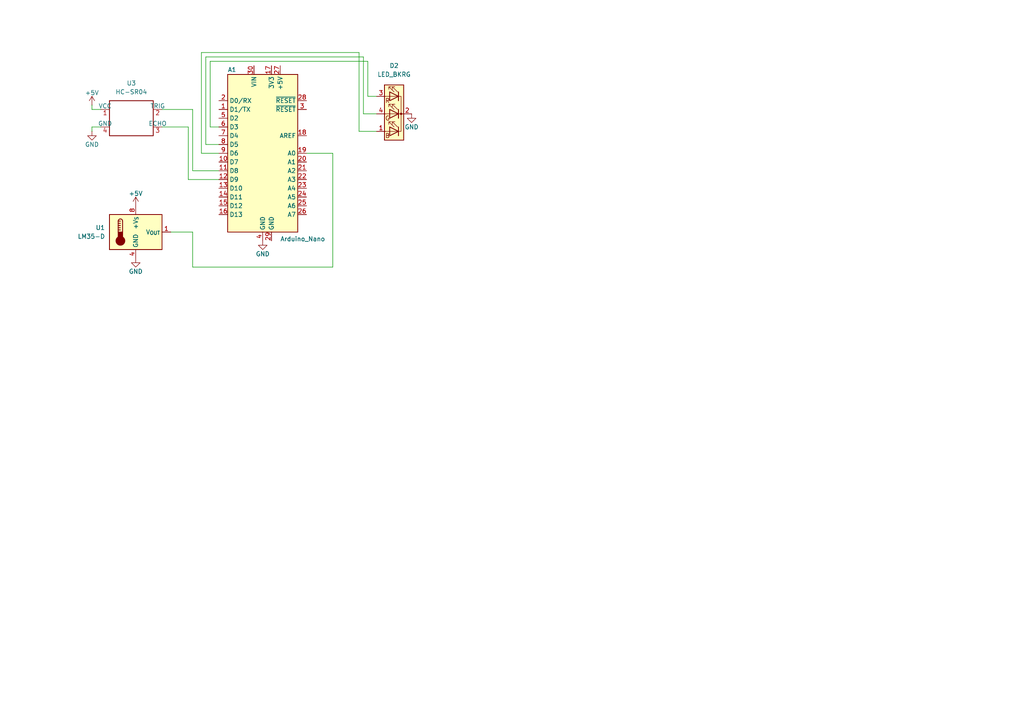
<source format=kicad_sch>
(kicad_sch (version 20250114) (generator "eeschema") (generator_version "9.0")
  (paper "A4")
  (title_block (title "Arduino Nano + LM35 + YF-S201 (grid 50mil)") (date "2025-09-16") (rev "1.0") (company "Adriana") (comment 1 "LM35→A0; YF-S201 con pull-up 10k→D2"))
  (lib_symbols
    (symbol "Device:LED_BKRG" (pin_names (offset 0) (hide yes))
      (property "Reference" "D" (at 0 9.398 0))
      (property "Value" "LED_BKRG" (at 0 -8.89 0))
      (symbol "LED_BKRG_0_0"
        (text "R" (at 1.905 3.81 0) (effects (font (size 1.27 1.27))))
        (text "G" (at 1.905 -1.27 0) (effects (font (size 1.27 1.27))))
        (text "B" (at 1.905 -6.35 0) (effects (font (size 1.27 1.27))))
      )
      (symbol "LED_BKRG_0_1"
        (circle (center -2.032 0) (radius 0.254) (fill (type outline)))
        (polyline (pts (xy -1.27 6.35) (xy -1.27 3.81)) (stroke (width 0.254)))
        (polyline (pts (xy -1.27 6.35) (xy -1.27 3.81) (xy -1.27 3.81)))
        (polyline (pts (xy -1.27 5.08) (xy 1.27 5.08)))
        (polyline (pts (xy -1.27 5.08) (xy -2.032 5.08) (xy -2.032 -5.08) (xy -1.016 -5.08)))
        (polyline (pts (xy -1.27 1.27) (xy -1.27 -1.27)) (stroke (width 0.254)))
        (polyline (pts (xy -1.27 1.27) (xy -1.27 -1.27) (xy -1.27 -1.27)))
        (polyline (pts (xy -1.27 0) (xy -2.54 0)))
        (polyline (pts (xy -1.27 -3.81) (xy -1.27 -6.35)) (stroke (width 0.254)))
        (polyline (pts (xy -1.27 -5.08) (xy 1.27 -5.08)))
        (polyline (pts (xy -1.016 6.35) (xy 0.508 7.874) (xy -0.254 7.874) (xy 0.508 7.874) (xy 0.508 7.112)))
        (polyline (pts (xy -1.016 1.27) (xy 0.508 2.794) (xy -0.254 2.794) (xy 0.508 2.794) (xy 0.508 2.032)))
        (polyline (pts (xy -1.016 -3.81) (xy 0.508 -2.286) (xy -0.254 -2.286) (xy 0.508 -2.286) (xy 0.508 -3.048)))
        (polyline (pts (xy 0 6.35) (xy 1.524 7.874) (xy 0.762 7.874) (xy 1.524 7.874) (xy 1.524 7.112)))
        (polyline (pts (xy 0 1.27) (xy 1.524 2.794) (xy 0.762 2.794) (xy 1.524 2.794) (xy 1.524 2.032)))
        (polyline (pts (xy 0 -3.81) (xy 1.524 -2.286) (xy 0.762 -2.286) (xy 1.524 -2.286) (xy 1.524 -3.048)))
        (polyline (pts (xy 1.27 6.35) (xy 1.27 3.81) (xy -1.27 5.08) (xy 1.27 6.35)) (stroke (width 0.254)))
        (rectangle (start 1.27 6.35) (end 1.27 6.35))
        (polyline (pts (xy 1.27 5.08) (xy 2.54 5.08)))
        (rectangle (start 1.27 3.81) (end 1.27 6.35))
        (polyline (pts (xy 1.27 1.27) (xy 1.27 -1.27) (xy -1.27 0) (xy 1.27 1.27)) (stroke (width 0.254)))
        (rectangle (start 1.27 1.27) (end 1.27 1.27))
        (polyline (pts (xy 1.27 0) (xy -1.27 0)))
        (polyline (pts (xy 1.27 0) (xy 2.54 0)))
        (rectangle (start 1.27 -1.27) (end 1.27 1.27))
        (polyline (pts (xy 1.27 -3.81) (xy 1.27 -6.35) (xy -1.27 -5.08) (xy 1.27 -3.81)) (stroke (width 0.254)))
        (polyline (pts (xy 1.27 -5.08) (xy 2.54 -5.08)))
        (rectangle (start 2.794 8.382) (end -2.794 -7.62) (stroke (width 0.254)) (fill (type background)))
      )
      (symbol "LED_BKRG_1_1"
        (pin passive line (at -5.08 0 0) (length 2.54) (name "K") (number "2"))
        (pin passive line (at 5.08 5.08 180) (length 2.54) (name "RA") (number "3"))
        (pin passive line (at 5.08 0 180) (length 2.54) (name "GA") (number "4"))
        (pin passive line (at 5.08 -5.08 180) (length 2.54) (name "BA") (number "1"))
      )
    )
    (symbol "MCU_Module:Arduino_Nano_v3.x"
      (property "Reference" "A" (at -10.16 23.495 0))
      (property "Value" "Arduino_Nano_v3.x" (at 5.08 -24.13 0))
      (symbol "Arduino_Nano_v3.x_0_1"
        (rectangle (start -10.16 22.86) (end 10.16 -22.86) (stroke (width 0.254)) (fill (type background)))
      )
      (symbol "Arduino_Nano_v3.x_1_1"
        (pin bidirectional line (at -12.7 15.24 0) (length 2.54) (name "D0/RX") (number "2"))
        (pin bidirectional line (at -12.7 12.7 0) (length 2.54) (name "D1/TX") (number "1"))
        (pin bidirectional line (at -12.7 10.16 0) (length 2.54) (name "D2") (number "5"))
        (pin bidirectional line (at -12.7 7.62 0) (length 2.54) (name "D3") (number "6"))
        (pin bidirectional line (at -12.7 5.08 0) (length 2.54) (name "D4") (number "7"))
        (pin bidirectional line (at -12.7 2.54 0) (length 2.54) (name "D5") (number "8"))
        (pin bidirectional line (at -12.7 0 0) (length 2.54) (name "D6") (number "9"))
        (pin bidirectional line (at -12.7 -2.54 0) (length 2.54) (name "D7") (number "10"))
        (pin bidirectional line (at -12.7 -5.08 0) (length 2.54) (name "D8") (number "11"))
        (pin bidirectional line (at -12.7 -7.62 0) (length 2.54) (name "D9") (number "12"))
        (pin bidirectional line (at -12.7 -10.16 0) (length 2.54) (name "D10") (number "13"))
        (pin bidirectional line (at -12.7 -12.7 0) (length 2.54) (name "D11") (number "14"))
        (pin bidirectional line (at -12.7 -15.24 0) (length 2.54) (name "D12") (number "15"))
        (pin bidirectional line (at -12.7 -17.78 0) (length 2.54) (name "D13") (number "16"))
        (pin power_in line (at -2.54 25.4 270) (length 2.54) (name "VIN") (number "30"))
        (pin power_in line (at 0 -25.4 90) (length 2.54) (name "GND") (number "4"))
        (pin power_out line (at 2.54 25.4 270) (length 2.54) (name "3V3") (number "17"))
        (pin power_in line (at 2.54 -25.4 90) (length 2.54) (name "GND") (number "29"))
        (pin power_out line (at 5.08 25.4 270) (length 2.54) (name "+5V") (number "27"))
        (pin input line (at 12.7 15.24 180) (length 2.54) (name "~{RESET}") (number "28"))
        (pin input line (at 12.7 12.7 180) (length 2.54) (name "~{RESET}") (number "3"))
        (pin input line (at 12.7 5.08 180) (length 2.54) (name "AREF") (number "18"))
        (pin bidirectional line (at 12.7 0 180) (length 2.54) (name "A0") (number "19"))
        (pin bidirectional line (at 12.7 -2.54 180) (length 2.54) (name "A1") (number "20"))
        (pin bidirectional line (at 12.7 -5.08 180) (length 2.54) (name "A2") (number "21"))
        (pin bidirectional line (at 12.7 -7.62 180) (length 2.54) (name "A3") (number "22"))
        (pin bidirectional line (at 12.7 -10.16 180) (length 2.54) (name "A4") (number "23"))
        (pin bidirectional line (at 12.7 -12.7 180) (length 2.54) (name "A5") (number "24"))
        (pin bidirectional line (at 12.7 -15.24 180) (length 2.54) (name "A6") (number "25"))
        (pin bidirectional line (at 12.7 -17.78 180) (length 2.54) (name "A7") (number "26"))
      )
    )
    (symbol "MyLib:HC_SR04" (pin_names (offset 0))
      (property "Reference" "U3" (at 5.08 10.16 0))
      (property "Value" "HC-SR04" (at 5.08 7.62 0))
      (symbol "HC_SR04_0_1"
        (rectangle (start -1.27 5.08) (end 11.43 -5.08) (stroke (width 0.254)))
      )
      (symbol "HC_SR04_1_1"
        (pin power_in line (at -3.81 2.54 0) (length 2.54) (name "VCC") (number "1"))
        (pin power_in line (at -3.81 -2.54 0) (length 2.54) (name "GND") (number "4"))
        (pin input line (at 13.97 2.54 180) (length 2.54) (name "TRIG") (number "2"))
        (pin output line (at 13.97 -2.54 180) (length 2.54) (name "ECHO") (number "3"))
      )
    )
    (symbol "Sensor_Temperature:LM35-D"
      (property "Reference" "U" (at -6.35 6.35 0))
      (property "Value" "LM35-D" (at 1.27 6.35 0))
      (symbol "LM35-D_0_1"
        (rectangle (start -7.62 5.08) (end 7.62 -5.08) (stroke (width 0.254)) (fill (type background)))
        (polyline (pts (xy -5.08 3.175) (xy -5.08 0)) (stroke (width 0.254)))
        (polyline (pts (xy -5.08 3.175) (xy -4.445 3.175)) (stroke (width 0.254)))
        (polyline (pts (xy -5.08 2.54) (xy -4.445 2.54)) (stroke (width 0.254)))
        (polyline (pts (xy -5.08 1.905) (xy -4.445 1.905)) (stroke (width 0.254)))
        (polyline (pts (xy -5.08 1.27) (xy -4.445 1.27)) (stroke (width 0.254)))
        (polyline (pts (xy -5.08 0.635) (xy -4.445 0.635)) (stroke (width 0.254)))
        (arc (start -5.08 3.175) (mid -4.445 3.8073) (end -3.81 3.175) (stroke (width 0.254)))
        (circle (center -4.445 -2.54) (radius 1.27) (stroke (width 0.254)) (fill (type outline)))
        (polyline (pts (xy -3.81 3.175) (xy -3.81 0)) (stroke (width 0.254)))
        (rectangle (start -3.81 -1.905) (end -5.08 0) (stroke (width 0.254)) (fill (type outline)))
      )
      (symbol "LM35-D_1_1"
        (pin no_connect line (at -2.54 5.08 270) (length 2.54) (hide yes) (name "NC") (number "3"))
        (pin no_connect line (at -2.54 -5.08 90) (length 2.54) (hide yes) (name "NC") (number "2"))
        (pin power_in line (at 0 7.62 270) (length 2.54) (name "+V_{S}") (number "8"))
        (pin power_in line (at 0 -7.62 90) (length 2.54) (name "GND") (number "4"))
        (pin no_connect line (at 2.54 -5.08 90) (length 2.54) (hide yes) (name "NC") (number "5"))
        (pin no_connect line (at 5.08 -5.08 90) (length 2.54) (hide yes) (name "NC") (number "6"))
        (pin no_connect line (at 7.62 2.54 180) (length 2.54) (hide yes) (name "NC") (number "7"))
        (pin output line (at 10.16 0 180) (length 2.54) (name "V_{OUT}") (number "1"))
      )
    )
    (symbol "power:+5V" (power) (pin_numbers (hide yes)) (pin_names (offset 0) (hide yes))
      (property "Value" "+5V" (at 0 3.556 0))
      (symbol "+5V_0_1"
        (polyline (pts (xy -0.762 1.27) (xy 0 2.54)))
        (polyline (pts (xy 0 2.54) (xy 0.762 1.27)))
        (polyline (pts (xy 0 0) (xy 0 2.54)))
      )
      (symbol "+5V_1_1"
        (pin power_in line (at 0 0 90) (length 0) (name "~") (number "1"))
      )
    )
    (symbol "power:GND" (power) (pin_numbers (hide yes)) (pin_names (offset 0) (hide yes))
      (property "Value" "GND" (at 0 -3.81 0))
      (symbol "GND_0_1"
        (polyline (pts (xy 0 0) (xy 0 -1.27) (xy 1.27 -1.27) (xy 0 -2.54) (xy -1.27 -1.27) (xy 0 -1.27)))
      )
      (symbol "GND_1_1"
        (pin power_in line (at 0 0 270) (length 0) (name "~") (number "1"))
      )
    )
  )
  (wire (pts (xy 54.61 36.83) (xy 54.61 52.07)))
  (wire (pts (xy 49.53 67.31) (xy 55.88 67.31)))
  (wire (pts (xy 63.5 52.07) (xy 54.61 52.07)))
  (wire (pts (xy 106.68 27.94) (xy 106.68 17.78)))
  (wire (pts (xy 63.5 36.83) (xy 60.96 36.83)))
  (wire (pts (xy 63.5 49.53) (xy 55.88 49.53)))
  (wire (pts (xy 59.69 41.91) (xy 59.69 16.51)))
  (wire (pts (xy 26.67 38.1) (xy 26.67 36.83)))
  (wire (pts (xy 96.52 77.47) (xy 96.52 44.45)))
  (wire (pts (xy 55.88 31.75) (xy 55.88 49.53)))
  (wire (pts (xy 59.69 16.51) (xy 105.41 16.51)))
  (wire (pts (xy 63.5 44.45) (xy 58.42 44.45)))
  (wire (pts (xy 96.52 44.45) (xy 88.9 44.45)))
  (wire (pts (xy 109.22 27.94) (xy 106.68 27.94)))
  (wire (pts (xy 104.14 15.24) (xy 104.14 38.1)))
  (wire (pts (xy 104.14 38.1) (xy 109.22 38.1)))
  (wire (pts (xy 60.96 17.78) (xy 106.68 17.78)))
  (wire (pts (xy 26.67 30.48) (xy 26.67 31.75)))
  (wire (pts (xy 60.96 36.83) (xy 60.96 17.78)))
  (wire (pts (xy 105.41 16.51) (xy 105.41 33.02)))
  (wire (pts (xy 63.5 41.91) (xy 59.69 41.91)))
  (wire (pts (xy 46.99 31.75) (xy 55.88 31.75)))
  (wire (pts (xy 58.42 15.24) (xy 104.14 15.24)))
  (wire (pts (xy 26.67 36.83) (xy 29.21 36.83)))
  (wire (pts (xy 105.41 33.02) (xy 109.22 33.02)))
  (wire (pts (xy 55.88 67.31) (xy 55.88 77.47)))
  (wire (pts (xy 46.99 36.83) (xy 54.61 36.83)))
  (wire (pts (xy 58.42 44.45) (xy 58.42 15.24)))
  (wire (pts (xy 26.67 31.75) (xy 29.21 31.75)))
  (wire (pts (xy 55.88 77.47) (xy 96.52 77.47)))
  (symbol (lib_id "Sensor_Temperature:LM35-D") (at 39.37 67.31 0) (unit 1)
    (property "Reference" "U1" (at 30.48 66.0399 0) (effects (justify right)))
    (property "Value" "LM35-D" (at 30.48 68.5799 0) (effects (justify right)))
    (property "Footprint" "Package_SO:SOIC-8_3.9x4.9mm_P1.27mm" (effects (hide yes)))
    (property "Datasheet" "http://www.ti.com/lit/ds/symlink/lm35.pdf" (effects (hide yes)))
    (property "Description" "Precision centigrade temperature sensor, SOIC-8" (effects (hide yes)))
  )
  (symbol (lib_id "power:+5V") (at 39.37 59.69 0) (unit 1)
    (property "Reference" "#PWR?" (effects (hide yes)))
    (property "Value" "+5V" (at 39.37 56.134 0))
    (property "Description" "Power symbol creates a global label with name \"+5V\"" (effects (hide yes)))
  )
  (symbol (lib_id "power:GND") (at 26.67 38.1 0) (unit 1)
    (property "Reference" "#PWR03" (effects (hide yes)))
    (property "Value" "GND" (at 26.67 41.91 0))
    (property "Description" "Power symbol creates a global label with name \"GND\" , ground" (effects (hide yes)))
  )
  (symbol (lib_id "power:+5V") (at 26.67 30.48 0) (unit 1)
    (property "Reference" "#PWR02" (effects (hide yes)))
    (property "Value" "+5V" (at 26.67 26.924 0))
    (property "Description" "Power symbol creates a global label with name \"+5V\"" (effects (hide yes)))
  )
  (symbol (lib_id "power:GND") (at 39.37 74.93 0) (unit 1)
    (property "Reference" "#PWR?" (effects (hide yes)))
    (property "Value" "GND" (at 39.37 78.74 0))
    (property "Description" "Power symbol creates a global label with name \"GND\" , ground" (effects (hide yes)))
  )
  (symbol (lib_id "Device:LED_BKRG") (at 114.3 33.02 0) (mirror y) (unit 1)
    (property "Reference" "D2" (at 114.3 19.05 0))
    (property "Value" "LED_BKRG" (at 114.3 21.59 0))
    (property "Description" "RGB LED, blue/cathode/red/green" (effects (hide yes)))
  )
  (symbol (lib_id "MCU_Module:Arduino_Nano_v3.x") (at 76.2 44.45 0) (unit 1)
    (property "Reference" "A1" (at 66.04 20.955 0) (effects (justify left bottom)))
    (property "Value" "Arduino_Nano" (at 81.28 68.58 0) (effects (justify left top)))
    (property "Footprint" "Module:Arduino_Nano" (effects (hide yes)))
    (property "Datasheet" "http://www.mouser.com/pdfdocs/Gravitech_Arduino_Nano3_0.pdf" (effects (hide yes)))
    (property "Description" "Arduino Nano v3.x" (effects (hide yes)))
  )
  (symbol (lib_id "power:GND") (at 119.38 33.02 0) (unit 1)
    (property "Reference" "#PWR05" (effects (hide yes)))
    (property "Value" "GND" (at 119.38 36.83 0))
    (property "Description" "Power symbol creates a global label with name \"GND\" , ground" (effects (hide yes)))
  )
  (symbol (lib_id "MyLib:HC_SR04") (at 33.02 34.29 0) (unit 1)
    (property "Reference" "U3" (at 38.1 24.13 0))
    (property "Value" "HC-SR04" (at 38.1 26.67 0))
  )
  (symbol (lib_id "power:GND") (at 76.2 69.85 0) (unit 1)
    (property "Reference" "#PWR01" (effects (hide yes)))
    (property "Value" "GND" (at 76.2 73.66 0))
    (property "Description" "Power symbol creates a global label with name \"GND\" , ground" (effects (hide yes)))
  )
)
</source>
